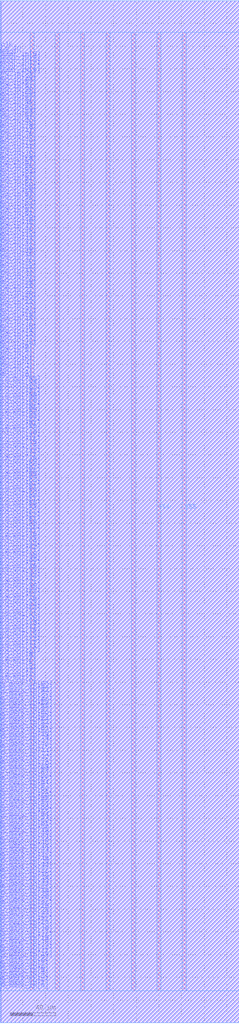
<source format=lef>
VERSION 5.7 ;
BUSBITCHARS "[]" ;
MACRO fakeram130_64x96
  FOREIGN fakeram130_64x96 0 0 ;
  SYMMETRY X Y R90 ;
  SIZE 210.900 BY 900.000 ;
  CLASS BLOCK ;
  PIN w_mask_in[0]
    DIRECTION INPUT ;
    USE SIGNAL ;
    SHAPE ABUTMENT ;
    PORT
      LAYER met3 ;
      RECT 0.000 27.550 0.900 28.450 ;
    END
  END w_mask_in[0]
  PIN w_mask_in[1]
    DIRECTION INPUT ;
    USE SIGNAL ;
    SHAPE ABUTMENT ;
    PORT
      LAYER met3 ;
      RECT 0.000 30.350 0.900 31.250 ;
    END
  END w_mask_in[1]
  PIN w_mask_in[2]
    DIRECTION INPUT ;
    USE SIGNAL ;
    SHAPE ABUTMENT ;
    PORT
      LAYER met3 ;
      RECT 0.000 33.150 0.900 34.050 ;
    END
  END w_mask_in[2]
  PIN w_mask_in[3]
    DIRECTION INPUT ;
    USE SIGNAL ;
    SHAPE ABUTMENT ;
    PORT
      LAYER met3 ;
      RECT 0.000 35.950 0.900 36.850 ;
    END
  END w_mask_in[3]
  PIN w_mask_in[4]
    DIRECTION INPUT ;
    USE SIGNAL ;
    SHAPE ABUTMENT ;
    PORT
      LAYER met3 ;
      RECT 0.000 38.750 0.900 39.650 ;
    END
  END w_mask_in[4]
  PIN w_mask_in[5]
    DIRECTION INPUT ;
    USE SIGNAL ;
    SHAPE ABUTMENT ;
    PORT
      LAYER met3 ;
      RECT 0.000 41.550 0.900 42.450 ;
    END
  END w_mask_in[5]
  PIN w_mask_in[6]
    DIRECTION INPUT ;
    USE SIGNAL ;
    SHAPE ABUTMENT ;
    PORT
      LAYER met3 ;
      RECT 0.000 44.350 0.900 45.250 ;
    END
  END w_mask_in[6]
  PIN w_mask_in[7]
    DIRECTION INPUT ;
    USE SIGNAL ;
    SHAPE ABUTMENT ;
    PORT
      LAYER met3 ;
      RECT 0.000 47.150 0.900 48.050 ;
    END
  END w_mask_in[7]
  PIN w_mask_in[8]
    DIRECTION INPUT ;
    USE SIGNAL ;
    SHAPE ABUTMENT ;
    PORT
      LAYER met3 ;
      RECT 0.000 49.950 0.900 50.850 ;
    END
  END w_mask_in[8]
  PIN w_mask_in[9]
    DIRECTION INPUT ;
    USE SIGNAL ;
    SHAPE ABUTMENT ;
    PORT
      LAYER met3 ;
      RECT 0.000 52.750 0.900 53.650 ;
    END
  END w_mask_in[9]
  PIN w_mask_in[10]
    DIRECTION INPUT ;
    USE SIGNAL ;
    SHAPE ABUTMENT ;
    PORT
      LAYER met3 ;
      RECT 0.000 55.550 0.900 56.450 ;
    END
  END w_mask_in[10]
  PIN w_mask_in[11]
    DIRECTION INPUT ;
    USE SIGNAL ;
    SHAPE ABUTMENT ;
    PORT
      LAYER met3 ;
      RECT 0.000 58.350 0.900 59.250 ;
    END
  END w_mask_in[11]
  PIN w_mask_in[12]
    DIRECTION INPUT ;
    USE SIGNAL ;
    SHAPE ABUTMENT ;
    PORT
      LAYER met3 ;
      RECT 0.000 61.150 0.900 62.050 ;
    END
  END w_mask_in[12]
  PIN w_mask_in[13]
    DIRECTION INPUT ;
    USE SIGNAL ;
    SHAPE ABUTMENT ;
    PORT
      LAYER met3 ;
      RECT 0.000 63.950 0.900 64.850 ;
    END
  END w_mask_in[13]
  PIN w_mask_in[14]
    DIRECTION INPUT ;
    USE SIGNAL ;
    SHAPE ABUTMENT ;
    PORT
      LAYER met3 ;
      RECT 0.000 66.750 0.900 67.650 ;
    END
  END w_mask_in[14]
  PIN w_mask_in[15]
    DIRECTION INPUT ;
    USE SIGNAL ;
    SHAPE ABUTMENT ;
    PORT
      LAYER met3 ;
      RECT 0.000 69.550 0.900 70.450 ;
    END
  END w_mask_in[15]
  PIN w_mask_in[16]
    DIRECTION INPUT ;
    USE SIGNAL ;
    SHAPE ABUTMENT ;
    PORT
      LAYER met3 ;
      RECT 0.000 72.350 0.900 73.250 ;
    END
  END w_mask_in[16]
  PIN w_mask_in[17]
    DIRECTION INPUT ;
    USE SIGNAL ;
    SHAPE ABUTMENT ;
    PORT
      LAYER met3 ;
      RECT 0.000 75.150 0.900 76.050 ;
    END
  END w_mask_in[17]
  PIN w_mask_in[18]
    DIRECTION INPUT ;
    USE SIGNAL ;
    SHAPE ABUTMENT ;
    PORT
      LAYER met3 ;
      RECT 0.000 77.950 0.900 78.850 ;
    END
  END w_mask_in[18]
  PIN w_mask_in[19]
    DIRECTION INPUT ;
    USE SIGNAL ;
    SHAPE ABUTMENT ;
    PORT
      LAYER met3 ;
      RECT 0.000 80.750 0.900 81.650 ;
    END
  END w_mask_in[19]
  PIN w_mask_in[20]
    DIRECTION INPUT ;
    USE SIGNAL ;
    SHAPE ABUTMENT ;
    PORT
      LAYER met3 ;
      RECT 0.000 83.550 0.900 84.450 ;
    END
  END w_mask_in[20]
  PIN w_mask_in[21]
    DIRECTION INPUT ;
    USE SIGNAL ;
    SHAPE ABUTMENT ;
    PORT
      LAYER met3 ;
      RECT 0.000 86.350 0.900 87.250 ;
    END
  END w_mask_in[21]
  PIN w_mask_in[22]
    DIRECTION INPUT ;
    USE SIGNAL ;
    SHAPE ABUTMENT ;
    PORT
      LAYER met3 ;
      RECT 0.000 89.150 0.900 90.050 ;
    END
  END w_mask_in[22]
  PIN w_mask_in[23]
    DIRECTION INPUT ;
    USE SIGNAL ;
    SHAPE ABUTMENT ;
    PORT
      LAYER met3 ;
      RECT 0.000 91.950 0.900 92.850 ;
    END
  END w_mask_in[23]
  PIN w_mask_in[24]
    DIRECTION INPUT ;
    USE SIGNAL ;
    SHAPE ABUTMENT ;
    PORT
      LAYER met3 ;
      RECT 0.000 94.750 0.900 95.650 ;
    END
  END w_mask_in[24]
  PIN w_mask_in[25]
    DIRECTION INPUT ;
    USE SIGNAL ;
    SHAPE ABUTMENT ;
    PORT
      LAYER met3 ;
      RECT 0.000 97.550 0.900 98.450 ;
    END
  END w_mask_in[25]
  PIN w_mask_in[26]
    DIRECTION INPUT ;
    USE SIGNAL ;
    SHAPE ABUTMENT ;
    PORT
      LAYER met3 ;
      RECT 0.000 100.350 0.900 101.250 ;
    END
  END w_mask_in[26]
  PIN w_mask_in[27]
    DIRECTION INPUT ;
    USE SIGNAL ;
    SHAPE ABUTMENT ;
    PORT
      LAYER met3 ;
      RECT 0.000 103.150 0.900 104.050 ;
    END
  END w_mask_in[27]
  PIN w_mask_in[28]
    DIRECTION INPUT ;
    USE SIGNAL ;
    SHAPE ABUTMENT ;
    PORT
      LAYER met3 ;
      RECT 0.000 105.950 0.900 106.850 ;
    END
  END w_mask_in[28]
  PIN w_mask_in[29]
    DIRECTION INPUT ;
    USE SIGNAL ;
    SHAPE ABUTMENT ;
    PORT
      LAYER met3 ;
      RECT 0.000 108.750 0.900 109.650 ;
    END
  END w_mask_in[29]
  PIN w_mask_in[30]
    DIRECTION INPUT ;
    USE SIGNAL ;
    SHAPE ABUTMENT ;
    PORT
      LAYER met3 ;
      RECT 0.000 111.550 0.900 112.450 ;
    END
  END w_mask_in[30]
  PIN w_mask_in[31]
    DIRECTION INPUT ;
    USE SIGNAL ;
    SHAPE ABUTMENT ;
    PORT
      LAYER met3 ;
      RECT 0.000 114.350 0.900 115.250 ;
    END
  END w_mask_in[31]
  PIN w_mask_in[32]
    DIRECTION INPUT ;
    USE SIGNAL ;
    SHAPE ABUTMENT ;
    PORT
      LAYER met3 ;
      RECT 0.000 117.150 0.900 118.050 ;
    END
  END w_mask_in[32]
  PIN w_mask_in[33]
    DIRECTION INPUT ;
    USE SIGNAL ;
    SHAPE ABUTMENT ;
    PORT
      LAYER met3 ;
      RECT 0.000 119.950 0.900 120.850 ;
    END
  END w_mask_in[33]
  PIN w_mask_in[34]
    DIRECTION INPUT ;
    USE SIGNAL ;
    SHAPE ABUTMENT ;
    PORT
      LAYER met3 ;
      RECT 0.000 122.750 0.900 123.650 ;
    END
  END w_mask_in[34]
  PIN w_mask_in[35]
    DIRECTION INPUT ;
    USE SIGNAL ;
    SHAPE ABUTMENT ;
    PORT
      LAYER met3 ;
      RECT 0.000 125.550 0.900 126.450 ;
    END
  END w_mask_in[35]
  PIN w_mask_in[36]
    DIRECTION INPUT ;
    USE SIGNAL ;
    SHAPE ABUTMENT ;
    PORT
      LAYER met3 ;
      RECT 0.000 128.350 0.900 129.250 ;
    END
  END w_mask_in[36]
  PIN w_mask_in[37]
    DIRECTION INPUT ;
    USE SIGNAL ;
    SHAPE ABUTMENT ;
    PORT
      LAYER met3 ;
      RECT 0.000 131.150 0.900 132.050 ;
    END
  END w_mask_in[37]
  PIN w_mask_in[38]
    DIRECTION INPUT ;
    USE SIGNAL ;
    SHAPE ABUTMENT ;
    PORT
      LAYER met3 ;
      RECT 0.000 133.950 0.900 134.850 ;
    END
  END w_mask_in[38]
  PIN w_mask_in[39]
    DIRECTION INPUT ;
    USE SIGNAL ;
    SHAPE ABUTMENT ;
    PORT
      LAYER met3 ;
      RECT 0.000 136.750 0.900 137.650 ;
    END
  END w_mask_in[39]
  PIN w_mask_in[40]
    DIRECTION INPUT ;
    USE SIGNAL ;
    SHAPE ABUTMENT ;
    PORT
      LAYER met3 ;
      RECT 0.000 139.550 0.900 140.450 ;
    END
  END w_mask_in[40]
  PIN w_mask_in[41]
    DIRECTION INPUT ;
    USE SIGNAL ;
    SHAPE ABUTMENT ;
    PORT
      LAYER met3 ;
      RECT 0.000 142.350 0.900 143.250 ;
    END
  END w_mask_in[41]
  PIN w_mask_in[42]
    DIRECTION INPUT ;
    USE SIGNAL ;
    SHAPE ABUTMENT ;
    PORT
      LAYER met3 ;
      RECT 0.000 145.150 0.900 146.050 ;
    END
  END w_mask_in[42]
  PIN w_mask_in[43]
    DIRECTION INPUT ;
    USE SIGNAL ;
    SHAPE ABUTMENT ;
    PORT
      LAYER met3 ;
      RECT 0.000 147.950 0.900 148.850 ;
    END
  END w_mask_in[43]
  PIN w_mask_in[44]
    DIRECTION INPUT ;
    USE SIGNAL ;
    SHAPE ABUTMENT ;
    PORT
      LAYER met3 ;
      RECT 0.000 150.750 0.900 151.650 ;
    END
  END w_mask_in[44]
  PIN w_mask_in[45]
    DIRECTION INPUT ;
    USE SIGNAL ;
    SHAPE ABUTMENT ;
    PORT
      LAYER met3 ;
      RECT 0.000 153.550 0.900 154.450 ;
    END
  END w_mask_in[45]
  PIN w_mask_in[46]
    DIRECTION INPUT ;
    USE SIGNAL ;
    SHAPE ABUTMENT ;
    PORT
      LAYER met3 ;
      RECT 0.000 156.350 0.900 157.250 ;
    END
  END w_mask_in[46]
  PIN w_mask_in[47]
    DIRECTION INPUT ;
    USE SIGNAL ;
    SHAPE ABUTMENT ;
    PORT
      LAYER met3 ;
      RECT 0.000 159.150 0.900 160.050 ;
    END
  END w_mask_in[47]
  PIN w_mask_in[48]
    DIRECTION INPUT ;
    USE SIGNAL ;
    SHAPE ABUTMENT ;
    PORT
      LAYER met3 ;
      RECT 0.000 161.950 0.900 162.850 ;
    END
  END w_mask_in[48]
  PIN w_mask_in[49]
    DIRECTION INPUT ;
    USE SIGNAL ;
    SHAPE ABUTMENT ;
    PORT
      LAYER met3 ;
      RECT 0.000 164.750 0.900 165.650 ;
    END
  END w_mask_in[49]
  PIN w_mask_in[50]
    DIRECTION INPUT ;
    USE SIGNAL ;
    SHAPE ABUTMENT ;
    PORT
      LAYER met3 ;
      RECT 0.000 167.550 0.900 168.450 ;
    END
  END w_mask_in[50]
  PIN w_mask_in[51]
    DIRECTION INPUT ;
    USE SIGNAL ;
    SHAPE ABUTMENT ;
    PORT
      LAYER met3 ;
      RECT 0.000 170.350 0.900 171.250 ;
    END
  END w_mask_in[51]
  PIN w_mask_in[52]
    DIRECTION INPUT ;
    USE SIGNAL ;
    SHAPE ABUTMENT ;
    PORT
      LAYER met3 ;
      RECT 0.000 173.150 0.900 174.050 ;
    END
  END w_mask_in[52]
  PIN w_mask_in[53]
    DIRECTION INPUT ;
    USE SIGNAL ;
    SHAPE ABUTMENT ;
    PORT
      LAYER met3 ;
      RECT 0.000 175.950 0.900 176.850 ;
    END
  END w_mask_in[53]
  PIN w_mask_in[54]
    DIRECTION INPUT ;
    USE SIGNAL ;
    SHAPE ABUTMENT ;
    PORT
      LAYER met3 ;
      RECT 0.000 178.750 0.900 179.650 ;
    END
  END w_mask_in[54]
  PIN w_mask_in[55]
    DIRECTION INPUT ;
    USE SIGNAL ;
    SHAPE ABUTMENT ;
    PORT
      LAYER met3 ;
      RECT 0.000 181.550 0.900 182.450 ;
    END
  END w_mask_in[55]
  PIN w_mask_in[56]
    DIRECTION INPUT ;
    USE SIGNAL ;
    SHAPE ABUTMENT ;
    PORT
      LAYER met3 ;
      RECT 0.000 184.350 0.900 185.250 ;
    END
  END w_mask_in[56]
  PIN w_mask_in[57]
    DIRECTION INPUT ;
    USE SIGNAL ;
    SHAPE ABUTMENT ;
    PORT
      LAYER met3 ;
      RECT 0.000 187.150 0.900 188.050 ;
    END
  END w_mask_in[57]
  PIN w_mask_in[58]
    DIRECTION INPUT ;
    USE SIGNAL ;
    SHAPE ABUTMENT ;
    PORT
      LAYER met3 ;
      RECT 0.000 189.950 0.900 190.850 ;
    END
  END w_mask_in[58]
  PIN w_mask_in[59]
    DIRECTION INPUT ;
    USE SIGNAL ;
    SHAPE ABUTMENT ;
    PORT
      LAYER met3 ;
      RECT 0.000 192.750 0.900 193.650 ;
    END
  END w_mask_in[59]
  PIN w_mask_in[60]
    DIRECTION INPUT ;
    USE SIGNAL ;
    SHAPE ABUTMENT ;
    PORT
      LAYER met3 ;
      RECT 0.000 195.550 0.900 196.450 ;
    END
  END w_mask_in[60]
  PIN w_mask_in[61]
    DIRECTION INPUT ;
    USE SIGNAL ;
    SHAPE ABUTMENT ;
    PORT
      LAYER met3 ;
      RECT 0.000 198.350 0.900 199.250 ;
    END
  END w_mask_in[61]
  PIN w_mask_in[62]
    DIRECTION INPUT ;
    USE SIGNAL ;
    SHAPE ABUTMENT ;
    PORT
      LAYER met3 ;
      RECT 0.000 201.150 0.900 202.050 ;
    END
  END w_mask_in[62]
  PIN w_mask_in[63]
    DIRECTION INPUT ;
    USE SIGNAL ;
    SHAPE ABUTMENT ;
    PORT
      LAYER met3 ;
      RECT 0.000 203.950 0.900 204.850 ;
    END
  END w_mask_in[63]
  PIN w_mask_in[64]
    DIRECTION INPUT ;
    USE SIGNAL ;
    SHAPE ABUTMENT ;
    PORT
      LAYER met3 ;
      RECT 0.000 206.750 0.900 207.650 ;
    END
  END w_mask_in[64]
  PIN w_mask_in[65]
    DIRECTION INPUT ;
    USE SIGNAL ;
    SHAPE ABUTMENT ;
    PORT
      LAYER met3 ;
      RECT 0.000 209.550 0.900 210.450 ;
    END
  END w_mask_in[65]
  PIN w_mask_in[66]
    DIRECTION INPUT ;
    USE SIGNAL ;
    SHAPE ABUTMENT ;
    PORT
      LAYER met3 ;
      RECT 0.000 212.350 0.900 213.250 ;
    END
  END w_mask_in[66]
  PIN w_mask_in[67]
    DIRECTION INPUT ;
    USE SIGNAL ;
    SHAPE ABUTMENT ;
    PORT
      LAYER met3 ;
      RECT 0.000 215.150 0.900 216.050 ;
    END
  END w_mask_in[67]
  PIN w_mask_in[68]
    DIRECTION INPUT ;
    USE SIGNAL ;
    SHAPE ABUTMENT ;
    PORT
      LAYER met3 ;
      RECT 0.000 217.950 0.900 218.850 ;
    END
  END w_mask_in[68]
  PIN w_mask_in[69]
    DIRECTION INPUT ;
    USE SIGNAL ;
    SHAPE ABUTMENT ;
    PORT
      LAYER met3 ;
      RECT 0.000 220.750 0.900 221.650 ;
    END
  END w_mask_in[69]
  PIN w_mask_in[70]
    DIRECTION INPUT ;
    USE SIGNAL ;
    SHAPE ABUTMENT ;
    PORT
      LAYER met3 ;
      RECT 0.000 223.550 0.900 224.450 ;
    END
  END w_mask_in[70]
  PIN w_mask_in[71]
    DIRECTION INPUT ;
    USE SIGNAL ;
    SHAPE ABUTMENT ;
    PORT
      LAYER met3 ;
      RECT 0.000 226.350 0.900 227.250 ;
    END
  END w_mask_in[71]
  PIN w_mask_in[72]
    DIRECTION INPUT ;
    USE SIGNAL ;
    SHAPE ABUTMENT ;
    PORT
      LAYER met3 ;
      RECT 0.000 229.150 0.900 230.050 ;
    END
  END w_mask_in[72]
  PIN w_mask_in[73]
    DIRECTION INPUT ;
    USE SIGNAL ;
    SHAPE ABUTMENT ;
    PORT
      LAYER met3 ;
      RECT 0.000 231.950 0.900 232.850 ;
    END
  END w_mask_in[73]
  PIN w_mask_in[74]
    DIRECTION INPUT ;
    USE SIGNAL ;
    SHAPE ABUTMENT ;
    PORT
      LAYER met3 ;
      RECT 0.000 234.750 0.900 235.650 ;
    END
  END w_mask_in[74]
  PIN w_mask_in[75]
    DIRECTION INPUT ;
    USE SIGNAL ;
    SHAPE ABUTMENT ;
    PORT
      LAYER met3 ;
      RECT 0.000 237.550 0.900 238.450 ;
    END
  END w_mask_in[75]
  PIN w_mask_in[76]
    DIRECTION INPUT ;
    USE SIGNAL ;
    SHAPE ABUTMENT ;
    PORT
      LAYER met3 ;
      RECT 0.000 240.350 0.900 241.250 ;
    END
  END w_mask_in[76]
  PIN w_mask_in[77]
    DIRECTION INPUT ;
    USE SIGNAL ;
    SHAPE ABUTMENT ;
    PORT
      LAYER met3 ;
      RECT 0.000 243.150 0.900 244.050 ;
    END
  END w_mask_in[77]
  PIN w_mask_in[78]
    DIRECTION INPUT ;
    USE SIGNAL ;
    SHAPE ABUTMENT ;
    PORT
      LAYER met3 ;
      RECT 0.000 245.950 0.900 246.850 ;
    END
  END w_mask_in[78]
  PIN w_mask_in[79]
    DIRECTION INPUT ;
    USE SIGNAL ;
    SHAPE ABUTMENT ;
    PORT
      LAYER met3 ;
      RECT 0.000 248.750 0.900 249.650 ;
    END
  END w_mask_in[79]
  PIN w_mask_in[80]
    DIRECTION INPUT ;
    USE SIGNAL ;
    SHAPE ABUTMENT ;
    PORT
      LAYER met3 ;
      RECT 0.000 251.550 0.900 252.450 ;
    END
  END w_mask_in[80]
  PIN w_mask_in[81]
    DIRECTION INPUT ;
    USE SIGNAL ;
    SHAPE ABUTMENT ;
    PORT
      LAYER met3 ;
      RECT 0.000 254.350 0.900 255.250 ;
    END
  END w_mask_in[81]
  PIN w_mask_in[82]
    DIRECTION INPUT ;
    USE SIGNAL ;
    SHAPE ABUTMENT ;
    PORT
      LAYER met3 ;
      RECT 0.000 257.150 0.900 258.050 ;
    END
  END w_mask_in[82]
  PIN w_mask_in[83]
    DIRECTION INPUT ;
    USE SIGNAL ;
    SHAPE ABUTMENT ;
    PORT
      LAYER met3 ;
      RECT 0.000 259.950 0.900 260.850 ;
    END
  END w_mask_in[83]
  PIN w_mask_in[84]
    DIRECTION INPUT ;
    USE SIGNAL ;
    SHAPE ABUTMENT ;
    PORT
      LAYER met3 ;
      RECT 0.000 262.750 0.900 263.650 ;
    END
  END w_mask_in[84]
  PIN w_mask_in[85]
    DIRECTION INPUT ;
    USE SIGNAL ;
    SHAPE ABUTMENT ;
    PORT
      LAYER met3 ;
      RECT 0.000 265.550 0.900 266.450 ;
    END
  END w_mask_in[85]
  PIN w_mask_in[86]
    DIRECTION INPUT ;
    USE SIGNAL ;
    SHAPE ABUTMENT ;
    PORT
      LAYER met3 ;
      RECT 0.000 268.350 0.900 269.250 ;
    END
  END w_mask_in[86]
  PIN w_mask_in[87]
    DIRECTION INPUT ;
    USE SIGNAL ;
    SHAPE ABUTMENT ;
    PORT
      LAYER met3 ;
      RECT 0.000 271.150 0.900 272.050 ;
    END
  END w_mask_in[87]
  PIN w_mask_in[88]
    DIRECTION INPUT ;
    USE SIGNAL ;
    SHAPE ABUTMENT ;
    PORT
      LAYER met3 ;
      RECT 0.000 273.950 0.900 274.850 ;
    END
  END w_mask_in[88]
  PIN w_mask_in[89]
    DIRECTION INPUT ;
    USE SIGNAL ;
    SHAPE ABUTMENT ;
    PORT
      LAYER met3 ;
      RECT 0.000 276.750 0.900 277.650 ;
    END
  END w_mask_in[89]
  PIN w_mask_in[90]
    DIRECTION INPUT ;
    USE SIGNAL ;
    SHAPE ABUTMENT ;
    PORT
      LAYER met3 ;
      RECT 0.000 279.550 0.900 280.450 ;
    END
  END w_mask_in[90]
  PIN w_mask_in[91]
    DIRECTION INPUT ;
    USE SIGNAL ;
    SHAPE ABUTMENT ;
    PORT
      LAYER met3 ;
      RECT 0.000 282.350 0.900 283.250 ;
    END
  END w_mask_in[91]
  PIN w_mask_in[92]
    DIRECTION INPUT ;
    USE SIGNAL ;
    SHAPE ABUTMENT ;
    PORT
      LAYER met3 ;
      RECT 0.000 285.150 0.900 286.050 ;
    END
  END w_mask_in[92]
  PIN w_mask_in[93]
    DIRECTION INPUT ;
    USE SIGNAL ;
    SHAPE ABUTMENT ;
    PORT
      LAYER met3 ;
      RECT 0.000 287.950 0.900 288.850 ;
    END
  END w_mask_in[93]
  PIN w_mask_in[94]
    DIRECTION INPUT ;
    USE SIGNAL ;
    SHAPE ABUTMENT ;
    PORT
      LAYER met3 ;
      RECT 0.000 290.750 0.900 291.650 ;
    END
  END w_mask_in[94]
  PIN w_mask_in[95]
    DIRECTION INPUT ;
    USE SIGNAL ;
    SHAPE ABUTMENT ;
    PORT
      LAYER met3 ;
      RECT 0.000 293.550 0.900 294.450 ;
    END
  END w_mask_in[95]
  PIN rd_out[0]
    DIRECTION OUTPUT ;
    USE SIGNAL ;
    SHAPE ABUTMENT ;
    PORT
      LAYER met3 ;
      RECT 0.000 296.350 0.900 297.250 ;
    END
  END rd_out[0]
  PIN rd_out[1]
    DIRECTION OUTPUT ;
    USE SIGNAL ;
    SHAPE ABUTMENT ;
    PORT
      LAYER met3 ;
      RECT 0.000 299.150 0.900 300.050 ;
    END
  END rd_out[1]
  PIN rd_out[2]
    DIRECTION OUTPUT ;
    USE SIGNAL ;
    SHAPE ABUTMENT ;
    PORT
      LAYER met3 ;
      RECT 0.000 301.950 0.900 302.850 ;
    END
  END rd_out[2]
  PIN rd_out[3]
    DIRECTION OUTPUT ;
    USE SIGNAL ;
    SHAPE ABUTMENT ;
    PORT
      LAYER met3 ;
      RECT 0.000 304.750 0.900 305.650 ;
    END
  END rd_out[3]
  PIN rd_out[4]
    DIRECTION OUTPUT ;
    USE SIGNAL ;
    SHAPE ABUTMENT ;
    PORT
      LAYER met3 ;
      RECT 0.000 307.550 0.900 308.450 ;
    END
  END rd_out[4]
  PIN rd_out[5]
    DIRECTION OUTPUT ;
    USE SIGNAL ;
    SHAPE ABUTMENT ;
    PORT
      LAYER met3 ;
      RECT 0.000 310.350 0.900 311.250 ;
    END
  END rd_out[5]
  PIN rd_out[6]
    DIRECTION OUTPUT ;
    USE SIGNAL ;
    SHAPE ABUTMENT ;
    PORT
      LAYER met3 ;
      RECT 0.000 313.150 0.900 314.050 ;
    END
  END rd_out[6]
  PIN rd_out[7]
    DIRECTION OUTPUT ;
    USE SIGNAL ;
    SHAPE ABUTMENT ;
    PORT
      LAYER met3 ;
      RECT 0.000 315.950 0.900 316.850 ;
    END
  END rd_out[7]
  PIN rd_out[8]
    DIRECTION OUTPUT ;
    USE SIGNAL ;
    SHAPE ABUTMENT ;
    PORT
      LAYER met3 ;
      RECT 0.000 318.750 0.900 319.650 ;
    END
  END rd_out[8]
  PIN rd_out[9]
    DIRECTION OUTPUT ;
    USE SIGNAL ;
    SHAPE ABUTMENT ;
    PORT
      LAYER met3 ;
      RECT 0.000 321.550 0.900 322.450 ;
    END
  END rd_out[9]
  PIN rd_out[10]
    DIRECTION OUTPUT ;
    USE SIGNAL ;
    SHAPE ABUTMENT ;
    PORT
      LAYER met3 ;
      RECT 0.000 324.350 0.900 325.250 ;
    END
  END rd_out[10]
  PIN rd_out[11]
    DIRECTION OUTPUT ;
    USE SIGNAL ;
    SHAPE ABUTMENT ;
    PORT
      LAYER met3 ;
      RECT 0.000 327.150 0.900 328.050 ;
    END
  END rd_out[11]
  PIN rd_out[12]
    DIRECTION OUTPUT ;
    USE SIGNAL ;
    SHAPE ABUTMENT ;
    PORT
      LAYER met3 ;
      RECT 0.000 329.950 0.900 330.850 ;
    END
  END rd_out[12]
  PIN rd_out[13]
    DIRECTION OUTPUT ;
    USE SIGNAL ;
    SHAPE ABUTMENT ;
    PORT
      LAYER met3 ;
      RECT 0.000 332.750 0.900 333.650 ;
    END
  END rd_out[13]
  PIN rd_out[14]
    DIRECTION OUTPUT ;
    USE SIGNAL ;
    SHAPE ABUTMENT ;
    PORT
      LAYER met3 ;
      RECT 0.000 335.550 0.900 336.450 ;
    END
  END rd_out[14]
  PIN rd_out[15]
    DIRECTION OUTPUT ;
    USE SIGNAL ;
    SHAPE ABUTMENT ;
    PORT
      LAYER met3 ;
      RECT 0.000 338.350 0.900 339.250 ;
    END
  END rd_out[15]
  PIN rd_out[16]
    DIRECTION OUTPUT ;
    USE SIGNAL ;
    SHAPE ABUTMENT ;
    PORT
      LAYER met3 ;
      RECT 0.000 341.150 0.900 342.050 ;
    END
  END rd_out[16]
  PIN rd_out[17]
    DIRECTION OUTPUT ;
    USE SIGNAL ;
    SHAPE ABUTMENT ;
    PORT
      LAYER met3 ;
      RECT 0.000 343.950 0.900 344.850 ;
    END
  END rd_out[17]
  PIN rd_out[18]
    DIRECTION OUTPUT ;
    USE SIGNAL ;
    SHAPE ABUTMENT ;
    PORT
      LAYER met3 ;
      RECT 0.000 346.750 0.900 347.650 ;
    END
  END rd_out[18]
  PIN rd_out[19]
    DIRECTION OUTPUT ;
    USE SIGNAL ;
    SHAPE ABUTMENT ;
    PORT
      LAYER met3 ;
      RECT 0.000 349.550 0.900 350.450 ;
    END
  END rd_out[19]
  PIN rd_out[20]
    DIRECTION OUTPUT ;
    USE SIGNAL ;
    SHAPE ABUTMENT ;
    PORT
      LAYER met3 ;
      RECT 0.000 352.350 0.900 353.250 ;
    END
  END rd_out[20]
  PIN rd_out[21]
    DIRECTION OUTPUT ;
    USE SIGNAL ;
    SHAPE ABUTMENT ;
    PORT
      LAYER met3 ;
      RECT 0.000 355.150 0.900 356.050 ;
    END
  END rd_out[21]
  PIN rd_out[22]
    DIRECTION OUTPUT ;
    USE SIGNAL ;
    SHAPE ABUTMENT ;
    PORT
      LAYER met3 ;
      RECT 0.000 357.950 0.900 358.850 ;
    END
  END rd_out[22]
  PIN rd_out[23]
    DIRECTION OUTPUT ;
    USE SIGNAL ;
    SHAPE ABUTMENT ;
    PORT
      LAYER met3 ;
      RECT 0.000 360.750 0.900 361.650 ;
    END
  END rd_out[23]
  PIN rd_out[24]
    DIRECTION OUTPUT ;
    USE SIGNAL ;
    SHAPE ABUTMENT ;
    PORT
      LAYER met3 ;
      RECT 0.000 363.550 0.900 364.450 ;
    END
  END rd_out[24]
  PIN rd_out[25]
    DIRECTION OUTPUT ;
    USE SIGNAL ;
    SHAPE ABUTMENT ;
    PORT
      LAYER met3 ;
      RECT 0.000 366.350 0.900 367.250 ;
    END
  END rd_out[25]
  PIN rd_out[26]
    DIRECTION OUTPUT ;
    USE SIGNAL ;
    SHAPE ABUTMENT ;
    PORT
      LAYER met3 ;
      RECT 0.000 369.150 0.900 370.050 ;
    END
  END rd_out[26]
  PIN rd_out[27]
    DIRECTION OUTPUT ;
    USE SIGNAL ;
    SHAPE ABUTMENT ;
    PORT
      LAYER met3 ;
      RECT 0.000 371.950 0.900 372.850 ;
    END
  END rd_out[27]
  PIN rd_out[28]
    DIRECTION OUTPUT ;
    USE SIGNAL ;
    SHAPE ABUTMENT ;
    PORT
      LAYER met3 ;
      RECT 0.000 374.750 0.900 375.650 ;
    END
  END rd_out[28]
  PIN rd_out[29]
    DIRECTION OUTPUT ;
    USE SIGNAL ;
    SHAPE ABUTMENT ;
    PORT
      LAYER met3 ;
      RECT 0.000 377.550 0.900 378.450 ;
    END
  END rd_out[29]
  PIN rd_out[30]
    DIRECTION OUTPUT ;
    USE SIGNAL ;
    SHAPE ABUTMENT ;
    PORT
      LAYER met3 ;
      RECT 0.000 380.350 0.900 381.250 ;
    END
  END rd_out[30]
  PIN rd_out[31]
    DIRECTION OUTPUT ;
    USE SIGNAL ;
    SHAPE ABUTMENT ;
    PORT
      LAYER met3 ;
      RECT 0.000 383.150 0.900 384.050 ;
    END
  END rd_out[31]
  PIN rd_out[32]
    DIRECTION OUTPUT ;
    USE SIGNAL ;
    SHAPE ABUTMENT ;
    PORT
      LAYER met3 ;
      RECT 0.000 385.950 0.900 386.850 ;
    END
  END rd_out[32]
  PIN rd_out[33]
    DIRECTION OUTPUT ;
    USE SIGNAL ;
    SHAPE ABUTMENT ;
    PORT
      LAYER met3 ;
      RECT 0.000 388.750 0.900 389.650 ;
    END
  END rd_out[33]
  PIN rd_out[34]
    DIRECTION OUTPUT ;
    USE SIGNAL ;
    SHAPE ABUTMENT ;
    PORT
      LAYER met3 ;
      RECT 0.000 391.550 0.900 392.450 ;
    END
  END rd_out[34]
  PIN rd_out[35]
    DIRECTION OUTPUT ;
    USE SIGNAL ;
    SHAPE ABUTMENT ;
    PORT
      LAYER met3 ;
      RECT 0.000 394.350 0.900 395.250 ;
    END
  END rd_out[35]
  PIN rd_out[36]
    DIRECTION OUTPUT ;
    USE SIGNAL ;
    SHAPE ABUTMENT ;
    PORT
      LAYER met3 ;
      RECT 0.000 397.150 0.900 398.050 ;
    END
  END rd_out[36]
  PIN rd_out[37]
    DIRECTION OUTPUT ;
    USE SIGNAL ;
    SHAPE ABUTMENT ;
    PORT
      LAYER met3 ;
      RECT 0.000 399.950 0.900 400.850 ;
    END
  END rd_out[37]
  PIN rd_out[38]
    DIRECTION OUTPUT ;
    USE SIGNAL ;
    SHAPE ABUTMENT ;
    PORT
      LAYER met3 ;
      RECT 0.000 402.750 0.900 403.650 ;
    END
  END rd_out[38]
  PIN rd_out[39]
    DIRECTION OUTPUT ;
    USE SIGNAL ;
    SHAPE ABUTMENT ;
    PORT
      LAYER met3 ;
      RECT 0.000 405.550 0.900 406.450 ;
    END
  END rd_out[39]
  PIN rd_out[40]
    DIRECTION OUTPUT ;
    USE SIGNAL ;
    SHAPE ABUTMENT ;
    PORT
      LAYER met3 ;
      RECT 0.000 408.350 0.900 409.250 ;
    END
  END rd_out[40]
  PIN rd_out[41]
    DIRECTION OUTPUT ;
    USE SIGNAL ;
    SHAPE ABUTMENT ;
    PORT
      LAYER met3 ;
      RECT 0.000 411.150 0.900 412.050 ;
    END
  END rd_out[41]
  PIN rd_out[42]
    DIRECTION OUTPUT ;
    USE SIGNAL ;
    SHAPE ABUTMENT ;
    PORT
      LAYER met3 ;
      RECT 0.000 413.950 0.900 414.850 ;
    END
  END rd_out[42]
  PIN rd_out[43]
    DIRECTION OUTPUT ;
    USE SIGNAL ;
    SHAPE ABUTMENT ;
    PORT
      LAYER met3 ;
      RECT 0.000 416.750 0.900 417.650 ;
    END
  END rd_out[43]
  PIN rd_out[44]
    DIRECTION OUTPUT ;
    USE SIGNAL ;
    SHAPE ABUTMENT ;
    PORT
      LAYER met3 ;
      RECT 0.000 419.550 0.900 420.450 ;
    END
  END rd_out[44]
  PIN rd_out[45]
    DIRECTION OUTPUT ;
    USE SIGNAL ;
    SHAPE ABUTMENT ;
    PORT
      LAYER met3 ;
      RECT 0.000 422.350 0.900 423.250 ;
    END
  END rd_out[45]
  PIN rd_out[46]
    DIRECTION OUTPUT ;
    USE SIGNAL ;
    SHAPE ABUTMENT ;
    PORT
      LAYER met3 ;
      RECT 0.000 425.150 0.900 426.050 ;
    END
  END rd_out[46]
  PIN rd_out[47]
    DIRECTION OUTPUT ;
    USE SIGNAL ;
    SHAPE ABUTMENT ;
    PORT
      LAYER met3 ;
      RECT 0.000 427.950 0.900 428.850 ;
    END
  END rd_out[47]
  PIN rd_out[48]
    DIRECTION OUTPUT ;
    USE SIGNAL ;
    SHAPE ABUTMENT ;
    PORT
      LAYER met3 ;
      RECT 0.000 430.750 0.900 431.650 ;
    END
  END rd_out[48]
  PIN rd_out[49]
    DIRECTION OUTPUT ;
    USE SIGNAL ;
    SHAPE ABUTMENT ;
    PORT
      LAYER met3 ;
      RECT 0.000 433.550 0.900 434.450 ;
    END
  END rd_out[49]
  PIN rd_out[50]
    DIRECTION OUTPUT ;
    USE SIGNAL ;
    SHAPE ABUTMENT ;
    PORT
      LAYER met3 ;
      RECT 0.000 436.350 0.900 437.250 ;
    END
  END rd_out[50]
  PIN rd_out[51]
    DIRECTION OUTPUT ;
    USE SIGNAL ;
    SHAPE ABUTMENT ;
    PORT
      LAYER met3 ;
      RECT 0.000 439.150 0.900 440.050 ;
    END
  END rd_out[51]
  PIN rd_out[52]
    DIRECTION OUTPUT ;
    USE SIGNAL ;
    SHAPE ABUTMENT ;
    PORT
      LAYER met3 ;
      RECT 0.000 441.950 0.900 442.850 ;
    END
  END rd_out[52]
  PIN rd_out[53]
    DIRECTION OUTPUT ;
    USE SIGNAL ;
    SHAPE ABUTMENT ;
    PORT
      LAYER met3 ;
      RECT 0.000 444.750 0.900 445.650 ;
    END
  END rd_out[53]
  PIN rd_out[54]
    DIRECTION OUTPUT ;
    USE SIGNAL ;
    SHAPE ABUTMENT ;
    PORT
      LAYER met3 ;
      RECT 0.000 447.550 0.900 448.450 ;
    END
  END rd_out[54]
  PIN rd_out[55]
    DIRECTION OUTPUT ;
    USE SIGNAL ;
    SHAPE ABUTMENT ;
    PORT
      LAYER met3 ;
      RECT 0.000 450.350 0.900 451.250 ;
    END
  END rd_out[55]
  PIN rd_out[56]
    DIRECTION OUTPUT ;
    USE SIGNAL ;
    SHAPE ABUTMENT ;
    PORT
      LAYER met3 ;
      RECT 0.000 453.150 0.900 454.050 ;
    END
  END rd_out[56]
  PIN rd_out[57]
    DIRECTION OUTPUT ;
    USE SIGNAL ;
    SHAPE ABUTMENT ;
    PORT
      LAYER met3 ;
      RECT 0.000 455.950 0.900 456.850 ;
    END
  END rd_out[57]
  PIN rd_out[58]
    DIRECTION OUTPUT ;
    USE SIGNAL ;
    SHAPE ABUTMENT ;
    PORT
      LAYER met3 ;
      RECT 0.000 458.750 0.900 459.650 ;
    END
  END rd_out[58]
  PIN rd_out[59]
    DIRECTION OUTPUT ;
    USE SIGNAL ;
    SHAPE ABUTMENT ;
    PORT
      LAYER met3 ;
      RECT 0.000 461.550 0.900 462.450 ;
    END
  END rd_out[59]
  PIN rd_out[60]
    DIRECTION OUTPUT ;
    USE SIGNAL ;
    SHAPE ABUTMENT ;
    PORT
      LAYER met3 ;
      RECT 0.000 464.350 0.900 465.250 ;
    END
  END rd_out[60]
  PIN rd_out[61]
    DIRECTION OUTPUT ;
    USE SIGNAL ;
    SHAPE ABUTMENT ;
    PORT
      LAYER met3 ;
      RECT 0.000 467.150 0.900 468.050 ;
    END
  END rd_out[61]
  PIN rd_out[62]
    DIRECTION OUTPUT ;
    USE SIGNAL ;
    SHAPE ABUTMENT ;
    PORT
      LAYER met3 ;
      RECT 0.000 469.950 0.900 470.850 ;
    END
  END rd_out[62]
  PIN rd_out[63]
    DIRECTION OUTPUT ;
    USE SIGNAL ;
    SHAPE ABUTMENT ;
    PORT
      LAYER met3 ;
      RECT 0.000 472.750 0.900 473.650 ;
    END
  END rd_out[63]
  PIN rd_out[64]
    DIRECTION OUTPUT ;
    USE SIGNAL ;
    SHAPE ABUTMENT ;
    PORT
      LAYER met3 ;
      RECT 0.000 475.550 0.900 476.450 ;
    END
  END rd_out[64]
  PIN rd_out[65]
    DIRECTION OUTPUT ;
    USE SIGNAL ;
    SHAPE ABUTMENT ;
    PORT
      LAYER met3 ;
      RECT 0.000 478.350 0.900 479.250 ;
    END
  END rd_out[65]
  PIN rd_out[66]
    DIRECTION OUTPUT ;
    USE SIGNAL ;
    SHAPE ABUTMENT ;
    PORT
      LAYER met3 ;
      RECT 0.000 481.150 0.900 482.050 ;
    END
  END rd_out[66]
  PIN rd_out[67]
    DIRECTION OUTPUT ;
    USE SIGNAL ;
    SHAPE ABUTMENT ;
    PORT
      LAYER met3 ;
      RECT 0.000 483.950 0.900 484.850 ;
    END
  END rd_out[67]
  PIN rd_out[68]
    DIRECTION OUTPUT ;
    USE SIGNAL ;
    SHAPE ABUTMENT ;
    PORT
      LAYER met3 ;
      RECT 0.000 486.750 0.900 487.650 ;
    END
  END rd_out[68]
  PIN rd_out[69]
    DIRECTION OUTPUT ;
    USE SIGNAL ;
    SHAPE ABUTMENT ;
    PORT
      LAYER met3 ;
      RECT 0.000 489.550 0.900 490.450 ;
    END
  END rd_out[69]
  PIN rd_out[70]
    DIRECTION OUTPUT ;
    USE SIGNAL ;
    SHAPE ABUTMENT ;
    PORT
      LAYER met3 ;
      RECT 0.000 492.350 0.900 493.250 ;
    END
  END rd_out[70]
  PIN rd_out[71]
    DIRECTION OUTPUT ;
    USE SIGNAL ;
    SHAPE ABUTMENT ;
    PORT
      LAYER met3 ;
      RECT 0.000 495.150 0.900 496.050 ;
    END
  END rd_out[71]
  PIN rd_out[72]
    DIRECTION OUTPUT ;
    USE SIGNAL ;
    SHAPE ABUTMENT ;
    PORT
      LAYER met3 ;
      RECT 0.000 497.950 0.900 498.850 ;
    END
  END rd_out[72]
  PIN rd_out[73]
    DIRECTION OUTPUT ;
    USE SIGNAL ;
    SHAPE ABUTMENT ;
    PORT
      LAYER met3 ;
      RECT 0.000 500.750 0.900 501.650 ;
    END
  END rd_out[73]
  PIN rd_out[74]
    DIRECTION OUTPUT ;
    USE SIGNAL ;
    SHAPE ABUTMENT ;
    PORT
      LAYER met3 ;
      RECT 0.000 503.550 0.900 504.450 ;
    END
  END rd_out[74]
  PIN rd_out[75]
    DIRECTION OUTPUT ;
    USE SIGNAL ;
    SHAPE ABUTMENT ;
    PORT
      LAYER met3 ;
      RECT 0.000 506.350 0.900 507.250 ;
    END
  END rd_out[75]
  PIN rd_out[76]
    DIRECTION OUTPUT ;
    USE SIGNAL ;
    SHAPE ABUTMENT ;
    PORT
      LAYER met3 ;
      RECT 0.000 509.150 0.900 510.050 ;
    END
  END rd_out[76]
  PIN rd_out[77]
    DIRECTION OUTPUT ;
    USE SIGNAL ;
    SHAPE ABUTMENT ;
    PORT
      LAYER met3 ;
      RECT 0.000 511.950 0.900 512.850 ;
    END
  END rd_out[77]
  PIN rd_out[78]
    DIRECTION OUTPUT ;
    USE SIGNAL ;
    SHAPE ABUTMENT ;
    PORT
      LAYER met3 ;
      RECT 0.000 514.750 0.900 515.650 ;
    END
  END rd_out[78]
  PIN rd_out[79]
    DIRECTION OUTPUT ;
    USE SIGNAL ;
    SHAPE ABUTMENT ;
    PORT
      LAYER met3 ;
      RECT 0.000 517.550 0.900 518.450 ;
    END
  END rd_out[79]
  PIN rd_out[80]
    DIRECTION OUTPUT ;
    USE SIGNAL ;
    SHAPE ABUTMENT ;
    PORT
      LAYER met3 ;
      RECT 0.000 520.350 0.900 521.250 ;
    END
  END rd_out[80]
  PIN rd_out[81]
    DIRECTION OUTPUT ;
    USE SIGNAL ;
    SHAPE ABUTMENT ;
    PORT
      LAYER met3 ;
      RECT 0.000 523.150 0.900 524.050 ;
    END
  END rd_out[81]
  PIN rd_out[82]
    DIRECTION OUTPUT ;
    USE SIGNAL ;
    SHAPE ABUTMENT ;
    PORT
      LAYER met3 ;
      RECT 0.000 525.950 0.900 526.850 ;
    END
  END rd_out[82]
  PIN rd_out[83]
    DIRECTION OUTPUT ;
    USE SIGNAL ;
    SHAPE ABUTMENT ;
    PORT
      LAYER met3 ;
      RECT 0.000 528.750 0.900 529.650 ;
    END
  END rd_out[83]
  PIN rd_out[84]
    DIRECTION OUTPUT ;
    USE SIGNAL ;
    SHAPE ABUTMENT ;
    PORT
      LAYER met3 ;
      RECT 0.000 531.550 0.900 532.450 ;
    END
  END rd_out[84]
  PIN rd_out[85]
    DIRECTION OUTPUT ;
    USE SIGNAL ;
    SHAPE ABUTMENT ;
    PORT
      LAYER met3 ;
      RECT 0.000 534.350 0.900 535.250 ;
    END
  END rd_out[85]
  PIN rd_out[86]
    DIRECTION OUTPUT ;
    USE SIGNAL ;
    SHAPE ABUTMENT ;
    PORT
      LAYER met3 ;
      RECT 0.000 537.150 0.900 538.050 ;
    END
  END rd_out[86]
  PIN rd_out[87]
    DIRECTION OUTPUT ;
    USE SIGNAL ;
    SHAPE ABUTMENT ;
    PORT
      LAYER met3 ;
      RECT 0.000 539.950 0.900 540.850 ;
    END
  END rd_out[87]
  PIN rd_out[88]
    DIRECTION OUTPUT ;
    USE SIGNAL ;
    SHAPE ABUTMENT ;
    PORT
      LAYER met3 ;
      RECT 0.000 542.750 0.900 543.650 ;
    END
  END rd_out[88]
  PIN rd_out[89]
    DIRECTION OUTPUT ;
    USE SIGNAL ;
    SHAPE ABUTMENT ;
    PORT
      LAYER met3 ;
      RECT 0.000 545.550 0.900 546.450 ;
    END
  END rd_out[89]
  PIN rd_out[90]
    DIRECTION OUTPUT ;
    USE SIGNAL ;
    SHAPE ABUTMENT ;
    PORT
      LAYER met3 ;
      RECT 0.000 548.350 0.900 549.250 ;
    END
  END rd_out[90]
  PIN rd_out[91]
    DIRECTION OUTPUT ;
    USE SIGNAL ;
    SHAPE ABUTMENT ;
    PORT
      LAYER met3 ;
      RECT 0.000 551.150 0.900 552.050 ;
    END
  END rd_out[91]
  PIN rd_out[92]
    DIRECTION OUTPUT ;
    USE SIGNAL ;
    SHAPE ABUTMENT ;
    PORT
      LAYER met3 ;
      RECT 0.000 553.950 0.900 554.850 ;
    END
  END rd_out[92]
  PIN rd_out[93]
    DIRECTION OUTPUT ;
    USE SIGNAL ;
    SHAPE ABUTMENT ;
    PORT
      LAYER met3 ;
      RECT 0.000 556.750 0.900 557.650 ;
    END
  END rd_out[93]
  PIN rd_out[94]
    DIRECTION OUTPUT ;
    USE SIGNAL ;
    SHAPE ABUTMENT ;
    PORT
      LAYER met3 ;
      RECT 0.000 559.550 0.900 560.450 ;
    END
  END rd_out[94]
  PIN rd_out[95]
    DIRECTION OUTPUT ;
    USE SIGNAL ;
    SHAPE ABUTMENT ;
    PORT
      LAYER met3 ;
      RECT 0.000 562.350 0.900 563.250 ;
    END
  END rd_out[95]
  PIN wd_in[0]
    DIRECTION INPUT ;
    USE SIGNAL ;
    SHAPE ABUTMENT ;
    PORT
      LAYER met3 ;
      RECT 0.000 565.150 0.900 566.050 ;
    END
  END wd_in[0]
  PIN wd_in[1]
    DIRECTION INPUT ;
    USE SIGNAL ;
    SHAPE ABUTMENT ;
    PORT
      LAYER met3 ;
      RECT 0.000 567.950 0.900 568.850 ;
    END
  END wd_in[1]
  PIN wd_in[2]
    DIRECTION INPUT ;
    USE SIGNAL ;
    SHAPE ABUTMENT ;
    PORT
      LAYER met3 ;
      RECT 0.000 570.750 0.900 571.650 ;
    END
  END wd_in[2]
  PIN wd_in[3]
    DIRECTION INPUT ;
    USE SIGNAL ;
    SHAPE ABUTMENT ;
    PORT
      LAYER met3 ;
      RECT 0.000 573.550 0.900 574.450 ;
    END
  END wd_in[3]
  PIN wd_in[4]
    DIRECTION INPUT ;
    USE SIGNAL ;
    SHAPE ABUTMENT ;
    PORT
      LAYER met3 ;
      RECT 0.000 576.350 0.900 577.250 ;
    END
  END wd_in[4]
  PIN wd_in[5]
    DIRECTION INPUT ;
    USE SIGNAL ;
    SHAPE ABUTMENT ;
    PORT
      LAYER met3 ;
      RECT 0.000 579.150 0.900 580.050 ;
    END
  END wd_in[5]
  PIN wd_in[6]
    DIRECTION INPUT ;
    USE SIGNAL ;
    SHAPE ABUTMENT ;
    PORT
      LAYER met3 ;
      RECT 0.000 581.950 0.900 582.850 ;
    END
  END wd_in[6]
  PIN wd_in[7]
    DIRECTION INPUT ;
    USE SIGNAL ;
    SHAPE ABUTMENT ;
    PORT
      LAYER met3 ;
      RECT 0.000 584.750 0.900 585.650 ;
    END
  END wd_in[7]
  PIN wd_in[8]
    DIRECTION INPUT ;
    USE SIGNAL ;
    SHAPE ABUTMENT ;
    PORT
      LAYER met3 ;
      RECT 0.000 587.550 0.900 588.450 ;
    END
  END wd_in[8]
  PIN wd_in[9]
    DIRECTION INPUT ;
    USE SIGNAL ;
    SHAPE ABUTMENT ;
    PORT
      LAYER met3 ;
      RECT 0.000 590.350 0.900 591.250 ;
    END
  END wd_in[9]
  PIN wd_in[10]
    DIRECTION INPUT ;
    USE SIGNAL ;
    SHAPE ABUTMENT ;
    PORT
      LAYER met3 ;
      RECT 0.000 593.150 0.900 594.050 ;
    END
  END wd_in[10]
  PIN wd_in[11]
    DIRECTION INPUT ;
    USE SIGNAL ;
    SHAPE ABUTMENT ;
    PORT
      LAYER met3 ;
      RECT 0.000 595.950 0.900 596.850 ;
    END
  END wd_in[11]
  PIN wd_in[12]
    DIRECTION INPUT ;
    USE SIGNAL ;
    SHAPE ABUTMENT ;
    PORT
      LAYER met3 ;
      RECT 0.000 598.750 0.900 599.650 ;
    END
  END wd_in[12]
  PIN wd_in[13]
    DIRECTION INPUT ;
    USE SIGNAL ;
    SHAPE ABUTMENT ;
    PORT
      LAYER met3 ;
      RECT 0.000 601.550 0.900 602.450 ;
    END
  END wd_in[13]
  PIN wd_in[14]
    DIRECTION INPUT ;
    USE SIGNAL ;
    SHAPE ABUTMENT ;
    PORT
      LAYER met3 ;
      RECT 0.000 604.350 0.900 605.250 ;
    END
  END wd_in[14]
  PIN wd_in[15]
    DIRECTION INPUT ;
    USE SIGNAL ;
    SHAPE ABUTMENT ;
    PORT
      LAYER met3 ;
      RECT 0.000 607.150 0.900 608.050 ;
    END
  END wd_in[15]
  PIN wd_in[16]
    DIRECTION INPUT ;
    USE SIGNAL ;
    SHAPE ABUTMENT ;
    PORT
      LAYER met3 ;
      RECT 0.000 609.950 0.900 610.850 ;
    END
  END wd_in[16]
  PIN wd_in[17]
    DIRECTION INPUT ;
    USE SIGNAL ;
    SHAPE ABUTMENT ;
    PORT
      LAYER met3 ;
      RECT 0.000 612.750 0.900 613.650 ;
    END
  END wd_in[17]
  PIN wd_in[18]
    DIRECTION INPUT ;
    USE SIGNAL ;
    SHAPE ABUTMENT ;
    PORT
      LAYER met3 ;
      RECT 0.000 615.550 0.900 616.450 ;
    END
  END wd_in[18]
  PIN wd_in[19]
    DIRECTION INPUT ;
    USE SIGNAL ;
    SHAPE ABUTMENT ;
    PORT
      LAYER met3 ;
      RECT 0.000 618.350 0.900 619.250 ;
    END
  END wd_in[19]
  PIN wd_in[20]
    DIRECTION INPUT ;
    USE SIGNAL ;
    SHAPE ABUTMENT ;
    PORT
      LAYER met3 ;
      RECT 0.000 621.150 0.900 622.050 ;
    END
  END wd_in[20]
  PIN wd_in[21]
    DIRECTION INPUT ;
    USE SIGNAL ;
    SHAPE ABUTMENT ;
    PORT
      LAYER met3 ;
      RECT 0.000 623.950 0.900 624.850 ;
    END
  END wd_in[21]
  PIN wd_in[22]
    DIRECTION INPUT ;
    USE SIGNAL ;
    SHAPE ABUTMENT ;
    PORT
      LAYER met3 ;
      RECT 0.000 626.750 0.900 627.650 ;
    END
  END wd_in[22]
  PIN wd_in[23]
    DIRECTION INPUT ;
    USE SIGNAL ;
    SHAPE ABUTMENT ;
    PORT
      LAYER met3 ;
      RECT 0.000 629.550 0.900 630.450 ;
    END
  END wd_in[23]
  PIN wd_in[24]
    DIRECTION INPUT ;
    USE SIGNAL ;
    SHAPE ABUTMENT ;
    PORT
      LAYER met3 ;
      RECT 0.000 632.350 0.900 633.250 ;
    END
  END wd_in[24]
  PIN wd_in[25]
    DIRECTION INPUT ;
    USE SIGNAL ;
    SHAPE ABUTMENT ;
    PORT
      LAYER met3 ;
      RECT 0.000 635.150 0.900 636.050 ;
    END
  END wd_in[25]
  PIN wd_in[26]
    DIRECTION INPUT ;
    USE SIGNAL ;
    SHAPE ABUTMENT ;
    PORT
      LAYER met3 ;
      RECT 0.000 637.950 0.900 638.850 ;
    END
  END wd_in[26]
  PIN wd_in[27]
    DIRECTION INPUT ;
    USE SIGNAL ;
    SHAPE ABUTMENT ;
    PORT
      LAYER met3 ;
      RECT 0.000 640.750 0.900 641.650 ;
    END
  END wd_in[27]
  PIN wd_in[28]
    DIRECTION INPUT ;
    USE SIGNAL ;
    SHAPE ABUTMENT ;
    PORT
      LAYER met3 ;
      RECT 0.000 643.550 0.900 644.450 ;
    END
  END wd_in[28]
  PIN wd_in[29]
    DIRECTION INPUT ;
    USE SIGNAL ;
    SHAPE ABUTMENT ;
    PORT
      LAYER met3 ;
      RECT 0.000 646.350 0.900 647.250 ;
    END
  END wd_in[29]
  PIN wd_in[30]
    DIRECTION INPUT ;
    USE SIGNAL ;
    SHAPE ABUTMENT ;
    PORT
      LAYER met3 ;
      RECT 0.000 649.150 0.900 650.050 ;
    END
  END wd_in[30]
  PIN wd_in[31]
    DIRECTION INPUT ;
    USE SIGNAL ;
    SHAPE ABUTMENT ;
    PORT
      LAYER met3 ;
      RECT 0.000 651.950 0.900 652.850 ;
    END
  END wd_in[31]
  PIN wd_in[32]
    DIRECTION INPUT ;
    USE SIGNAL ;
    SHAPE ABUTMENT ;
    PORT
      LAYER met3 ;
      RECT 0.000 654.750 0.900 655.650 ;
    END
  END wd_in[32]
  PIN wd_in[33]
    DIRECTION INPUT ;
    USE SIGNAL ;
    SHAPE ABUTMENT ;
    PORT
      LAYER met3 ;
      RECT 0.000 657.550 0.900 658.450 ;
    END
  END wd_in[33]
  PIN wd_in[34]
    DIRECTION INPUT ;
    USE SIGNAL ;
    SHAPE ABUTMENT ;
    PORT
      LAYER met3 ;
      RECT 0.000 660.350 0.900 661.250 ;
    END
  END wd_in[34]
  PIN wd_in[35]
    DIRECTION INPUT ;
    USE SIGNAL ;
    SHAPE ABUTMENT ;
    PORT
      LAYER met3 ;
      RECT 0.000 663.150 0.900 664.050 ;
    END
  END wd_in[35]
  PIN wd_in[36]
    DIRECTION INPUT ;
    USE SIGNAL ;
    SHAPE ABUTMENT ;
    PORT
      LAYER met3 ;
      RECT 0.000 665.950 0.900 666.850 ;
    END
  END wd_in[36]
  PIN wd_in[37]
    DIRECTION INPUT ;
    USE SIGNAL ;
    SHAPE ABUTMENT ;
    PORT
      LAYER met3 ;
      RECT 0.000 668.750 0.900 669.650 ;
    END
  END wd_in[37]
  PIN wd_in[38]
    DIRECTION INPUT ;
    USE SIGNAL ;
    SHAPE ABUTMENT ;
    PORT
      LAYER met3 ;
      RECT 0.000 671.550 0.900 672.450 ;
    END
  END wd_in[38]
  PIN wd_in[39]
    DIRECTION INPUT ;
    USE SIGNAL ;
    SHAPE ABUTMENT ;
    PORT
      LAYER met3 ;
      RECT 0.000 674.350 0.900 675.250 ;
    END
  END wd_in[39]
  PIN wd_in[40]
    DIRECTION INPUT ;
    USE SIGNAL ;
    SHAPE ABUTMENT ;
    PORT
      LAYER met3 ;
      RECT 0.000 677.150 0.900 678.050 ;
    END
  END wd_in[40]
  PIN wd_in[41]
    DIRECTION INPUT ;
    USE SIGNAL ;
    SHAPE ABUTMENT ;
    PORT
      LAYER met3 ;
      RECT 0.000 679.950 0.900 680.850 ;
    END
  END wd_in[41]
  PIN wd_in[42]
    DIRECTION INPUT ;
    USE SIGNAL ;
    SHAPE ABUTMENT ;
    PORT
      LAYER met3 ;
      RECT 0.000 682.750 0.900 683.650 ;
    END
  END wd_in[42]
  PIN wd_in[43]
    DIRECTION INPUT ;
    USE SIGNAL ;
    SHAPE ABUTMENT ;
    PORT
      LAYER met3 ;
      RECT 0.000 685.550 0.900 686.450 ;
    END
  END wd_in[43]
  PIN wd_in[44]
    DIRECTION INPUT ;
    USE SIGNAL ;
    SHAPE ABUTMENT ;
    PORT
      LAYER met3 ;
      RECT 0.000 688.350 0.900 689.250 ;
    END
  END wd_in[44]
  PIN wd_in[45]
    DIRECTION INPUT ;
    USE SIGNAL ;
    SHAPE ABUTMENT ;
    PORT
      LAYER met3 ;
      RECT 0.000 691.150 0.900 692.050 ;
    END
  END wd_in[45]
  PIN wd_in[46]
    DIRECTION INPUT ;
    USE SIGNAL ;
    SHAPE ABUTMENT ;
    PORT
      LAYER met3 ;
      RECT 0.000 693.950 0.900 694.850 ;
    END
  END wd_in[46]
  PIN wd_in[47]
    DIRECTION INPUT ;
    USE SIGNAL ;
    SHAPE ABUTMENT ;
    PORT
      LAYER met3 ;
      RECT 0.000 696.750 0.900 697.650 ;
    END
  END wd_in[47]
  PIN wd_in[48]
    DIRECTION INPUT ;
    USE SIGNAL ;
    SHAPE ABUTMENT ;
    PORT
      LAYER met3 ;
      RECT 0.000 699.550 0.900 700.450 ;
    END
  END wd_in[48]
  PIN wd_in[49]
    DIRECTION INPUT ;
    USE SIGNAL ;
    SHAPE ABUTMENT ;
    PORT
      LAYER met3 ;
      RECT 0.000 702.350 0.900 703.250 ;
    END
  END wd_in[49]
  PIN wd_in[50]
    DIRECTION INPUT ;
    USE SIGNAL ;
    SHAPE ABUTMENT ;
    PORT
      LAYER met3 ;
      RECT 0.000 705.150 0.900 706.050 ;
    END
  END wd_in[50]
  PIN wd_in[51]
    DIRECTION INPUT ;
    USE SIGNAL ;
    SHAPE ABUTMENT ;
    PORT
      LAYER met3 ;
      RECT 0.000 707.950 0.900 708.850 ;
    END
  END wd_in[51]
  PIN wd_in[52]
    DIRECTION INPUT ;
    USE SIGNAL ;
    SHAPE ABUTMENT ;
    PORT
      LAYER met3 ;
      RECT 0.000 710.750 0.900 711.650 ;
    END
  END wd_in[52]
  PIN wd_in[53]
    DIRECTION INPUT ;
    USE SIGNAL ;
    SHAPE ABUTMENT ;
    PORT
      LAYER met3 ;
      RECT 0.000 713.550 0.900 714.450 ;
    END
  END wd_in[53]
  PIN wd_in[54]
    DIRECTION INPUT ;
    USE SIGNAL ;
    SHAPE ABUTMENT ;
    PORT
      LAYER met3 ;
      RECT 0.000 716.350 0.900 717.250 ;
    END
  END wd_in[54]
  PIN wd_in[55]
    DIRECTION INPUT ;
    USE SIGNAL ;
    SHAPE ABUTMENT ;
    PORT
      LAYER met3 ;
      RECT 0.000 719.150 0.900 720.050 ;
    END
  END wd_in[55]
  PIN wd_in[56]
    DIRECTION INPUT ;
    USE SIGNAL ;
    SHAPE ABUTMENT ;
    PORT
      LAYER met3 ;
      RECT 0.000 721.950 0.900 722.850 ;
    END
  END wd_in[56]
  PIN wd_in[57]
    DIRECTION INPUT ;
    USE SIGNAL ;
    SHAPE ABUTMENT ;
    PORT
      LAYER met3 ;
      RECT 0.000 724.750 0.900 725.650 ;
    END
  END wd_in[57]
  PIN wd_in[58]
    DIRECTION INPUT ;
    USE SIGNAL ;
    SHAPE ABUTMENT ;
    PORT
      LAYER met3 ;
      RECT 0.000 727.550 0.900 728.450 ;
    END
  END wd_in[58]
  PIN wd_in[59]
    DIRECTION INPUT ;
    USE SIGNAL ;
    SHAPE ABUTMENT ;
    PORT
      LAYER met3 ;
      RECT 0.000 730.350 0.900 731.250 ;
    END
  END wd_in[59]
  PIN wd_in[60]
    DIRECTION INPUT ;
    USE SIGNAL ;
    SHAPE ABUTMENT ;
    PORT
      LAYER met3 ;
      RECT 0.000 733.150 0.900 734.050 ;
    END
  END wd_in[60]
  PIN wd_in[61]
    DIRECTION INPUT ;
    USE SIGNAL ;
    SHAPE ABUTMENT ;
    PORT
      LAYER met3 ;
      RECT 0.000 735.950 0.900 736.850 ;
    END
  END wd_in[61]
  PIN wd_in[62]
    DIRECTION INPUT ;
    USE SIGNAL ;
    SHAPE ABUTMENT ;
    PORT
      LAYER met3 ;
      RECT 0.000 738.750 0.900 739.650 ;
    END
  END wd_in[62]
  PIN wd_in[63]
    DIRECTION INPUT ;
    USE SIGNAL ;
    SHAPE ABUTMENT ;
    PORT
      LAYER met3 ;
      RECT 0.000 741.550 0.900 742.450 ;
    END
  END wd_in[63]
  PIN wd_in[64]
    DIRECTION INPUT ;
    USE SIGNAL ;
    SHAPE ABUTMENT ;
    PORT
      LAYER met3 ;
      RECT 0.000 744.350 0.900 745.250 ;
    END
  END wd_in[64]
  PIN wd_in[65]
    DIRECTION INPUT ;
    USE SIGNAL ;
    SHAPE ABUTMENT ;
    PORT
      LAYER met3 ;
      RECT 0.000 747.150 0.900 748.050 ;
    END
  END wd_in[65]
  PIN wd_in[66]
    DIRECTION INPUT ;
    USE SIGNAL ;
    SHAPE ABUTMENT ;
    PORT
      LAYER met3 ;
      RECT 0.000 749.950 0.900 750.850 ;
    END
  END wd_in[66]
  PIN wd_in[67]
    DIRECTION INPUT ;
    USE SIGNAL ;
    SHAPE ABUTMENT ;
    PORT
      LAYER met3 ;
      RECT 0.000 752.750 0.900 753.650 ;
    END
  END wd_in[67]
  PIN wd_in[68]
    DIRECTION INPUT ;
    USE SIGNAL ;
    SHAPE ABUTMENT ;
    PORT
      LAYER met3 ;
      RECT 0.000 755.550 0.900 756.450 ;
    END
  END wd_in[68]
  PIN wd_in[69]
    DIRECTION INPUT ;
    USE SIGNAL ;
    SHAPE ABUTMENT ;
    PORT
      LAYER met3 ;
      RECT 0.000 758.350 0.900 759.250 ;
    END
  END wd_in[69]
  PIN wd_in[70]
    DIRECTION INPUT ;
    USE SIGNAL ;
    SHAPE ABUTMENT ;
    PORT
      LAYER met3 ;
      RECT 0.000 761.150 0.900 762.050 ;
    END
  END wd_in[70]
  PIN wd_in[71]
    DIRECTION INPUT ;
    USE SIGNAL ;
    SHAPE ABUTMENT ;
    PORT
      LAYER met3 ;
      RECT 0.000 763.950 0.900 764.850 ;
    END
  END wd_in[71]
  PIN wd_in[72]
    DIRECTION INPUT ;
    USE SIGNAL ;
    SHAPE ABUTMENT ;
    PORT
      LAYER met3 ;
      RECT 0.000 766.750 0.900 767.650 ;
    END
  END wd_in[72]
  PIN wd_in[73]
    DIRECTION INPUT ;
    USE SIGNAL ;
    SHAPE ABUTMENT ;
    PORT
      LAYER met3 ;
      RECT 0.000 769.550 0.900 770.450 ;
    END
  END wd_in[73]
  PIN wd_in[74]
    DIRECTION INPUT ;
    USE SIGNAL ;
    SHAPE ABUTMENT ;
    PORT
      LAYER met3 ;
      RECT 0.000 772.350 0.900 773.250 ;
    END
  END wd_in[74]
  PIN wd_in[75]
    DIRECTION INPUT ;
    USE SIGNAL ;
    SHAPE ABUTMENT ;
    PORT
      LAYER met3 ;
      RECT 0.000 775.150 0.900 776.050 ;
    END
  END wd_in[75]
  PIN wd_in[76]
    DIRECTION INPUT ;
    USE SIGNAL ;
    SHAPE ABUTMENT ;
    PORT
      LAYER met3 ;
      RECT 0.000 777.950 0.900 778.850 ;
    END
  END wd_in[76]
  PIN wd_in[77]
    DIRECTION INPUT ;
    USE SIGNAL ;
    SHAPE ABUTMENT ;
    PORT
      LAYER met3 ;
      RECT 0.000 780.750 0.900 781.650 ;
    END
  END wd_in[77]
  PIN wd_in[78]
    DIRECTION INPUT ;
    USE SIGNAL ;
    SHAPE ABUTMENT ;
    PORT
      LAYER met3 ;
      RECT 0.000 783.550 0.900 784.450 ;
    END
  END wd_in[78]
  PIN wd_in[79]
    DIRECTION INPUT ;
    USE SIGNAL ;
    SHAPE ABUTMENT ;
    PORT
      LAYER met3 ;
      RECT 0.000 786.350 0.900 787.250 ;
    END
  END wd_in[79]
  PIN wd_in[80]
    DIRECTION INPUT ;
    USE SIGNAL ;
    SHAPE ABUTMENT ;
    PORT
      LAYER met3 ;
      RECT 0.000 789.150 0.900 790.050 ;
    END
  END wd_in[80]
  PIN wd_in[81]
    DIRECTION INPUT ;
    USE SIGNAL ;
    SHAPE ABUTMENT ;
    PORT
      LAYER met3 ;
      RECT 0.000 791.950 0.900 792.850 ;
    END
  END wd_in[81]
  PIN wd_in[82]
    DIRECTION INPUT ;
    USE SIGNAL ;
    SHAPE ABUTMENT ;
    PORT
      LAYER met3 ;
      RECT 0.000 794.750 0.900 795.650 ;
    END
  END wd_in[82]
  PIN wd_in[83]
    DIRECTION INPUT ;
    USE SIGNAL ;
    SHAPE ABUTMENT ;
    PORT
      LAYER met3 ;
      RECT 0.000 797.550 0.900 798.450 ;
    END
  END wd_in[83]
  PIN wd_in[84]
    DIRECTION INPUT ;
    USE SIGNAL ;
    SHAPE ABUTMENT ;
    PORT
      LAYER met3 ;
      RECT 0.000 800.350 0.900 801.250 ;
    END
  END wd_in[84]
  PIN wd_in[85]
    DIRECTION INPUT ;
    USE SIGNAL ;
    SHAPE ABUTMENT ;
    PORT
      LAYER met3 ;
      RECT 0.000 803.150 0.900 804.050 ;
    END
  END wd_in[85]
  PIN wd_in[86]
    DIRECTION INPUT ;
    USE SIGNAL ;
    SHAPE ABUTMENT ;
    PORT
      LAYER met3 ;
      RECT 0.000 805.950 0.900 806.850 ;
    END
  END wd_in[86]
  PIN wd_in[87]
    DIRECTION INPUT ;
    USE SIGNAL ;
    SHAPE ABUTMENT ;
    PORT
      LAYER met3 ;
      RECT 0.000 808.750 0.900 809.650 ;
    END
  END wd_in[87]
  PIN wd_in[88]
    DIRECTION INPUT ;
    USE SIGNAL ;
    SHAPE ABUTMENT ;
    PORT
      LAYER met3 ;
      RECT 0.000 811.550 0.900 812.450 ;
    END
  END wd_in[88]
  PIN wd_in[89]
    DIRECTION INPUT ;
    USE SIGNAL ;
    SHAPE ABUTMENT ;
    PORT
      LAYER met3 ;
      RECT 0.000 814.350 0.900 815.250 ;
    END
  END wd_in[89]
  PIN wd_in[90]
    DIRECTION INPUT ;
    USE SIGNAL ;
    SHAPE ABUTMENT ;
    PORT
      LAYER met3 ;
      RECT 0.000 817.150 0.900 818.050 ;
    END
  END wd_in[90]
  PIN wd_in[91]
    DIRECTION INPUT ;
    USE SIGNAL ;
    SHAPE ABUTMENT ;
    PORT
      LAYER met3 ;
      RECT 0.000 819.950 0.900 820.850 ;
    END
  END wd_in[91]
  PIN wd_in[92]
    DIRECTION INPUT ;
    USE SIGNAL ;
    SHAPE ABUTMENT ;
    PORT
      LAYER met3 ;
      RECT 0.000 822.750 0.900 823.650 ;
    END
  END wd_in[92]
  PIN wd_in[93]
    DIRECTION INPUT ;
    USE SIGNAL ;
    SHAPE ABUTMENT ;
    PORT
      LAYER met3 ;
      RECT 0.000 825.550 0.900 826.450 ;
    END
  END wd_in[93]
  PIN wd_in[94]
    DIRECTION INPUT ;
    USE SIGNAL ;
    SHAPE ABUTMENT ;
    PORT
      LAYER met3 ;
      RECT 0.000 828.350 0.900 829.250 ;
    END
  END wd_in[94]
  PIN wd_in[95]
    DIRECTION INPUT ;
    USE SIGNAL ;
    SHAPE ABUTMENT ;
    PORT
      LAYER met3 ;
      RECT 0.000 831.150 0.900 832.050 ;
    END
  END wd_in[95]
  PIN addr_in[0]
    DIRECTION INPUT ;
    USE SIGNAL ;
    SHAPE ABUTMENT ;
    PORT
      LAYER met3 ;
      RECT 0.000 833.950 0.900 834.850 ;
    END
  END addr_in[0]
  PIN addr_in[1]
    DIRECTION INPUT ;
    USE SIGNAL ;
    SHAPE ABUTMENT ;
    PORT
      LAYER met3 ;
      RECT 0.000 836.750 0.900 837.650 ;
    END
  END addr_in[1]
  PIN addr_in[2]
    DIRECTION INPUT ;
    USE SIGNAL ;
    SHAPE ABUTMENT ;
    PORT
      LAYER met3 ;
      RECT 0.000 839.550 0.900 840.450 ;
    END
  END addr_in[2]
  PIN addr_in[3]
    DIRECTION INPUT ;
    USE SIGNAL ;
    SHAPE ABUTMENT ;
    PORT
      LAYER met3 ;
      RECT 0.000 842.350 0.900 843.250 ;
    END
  END addr_in[3]
  PIN addr_in[4]
    DIRECTION INPUT ;
    USE SIGNAL ;
    SHAPE ABUTMENT ;
    PORT
      LAYER met3 ;
      RECT 0.000 845.150 0.900 846.050 ;
    END
  END addr_in[4]
  PIN addr_in[5]
    DIRECTION INPUT ;
    USE SIGNAL ;
    SHAPE ABUTMENT ;
    PORT
      LAYER met3 ;
      RECT 0.000 847.950 0.900 848.850 ;
    END
  END addr_in[5]
  PIN we_in
    DIRECTION INPUT ;
    USE SIGNAL ;
    SHAPE ABUTMENT ;
    PORT
      LAYER met3 ;
      RECT 0.000 850.750 0.900 851.650 ;
    END
  END we_in
  PIN ce_in
    DIRECTION INPUT ;
    USE SIGNAL ;
    SHAPE ABUTMENT ;
    PORT
      LAYER met3 ;
      RECT 0.000 853.550 0.900 854.450 ;
    END
  END ce_in
  PIN clk
    DIRECTION INPUT ;
    USE SIGNAL ;
    SHAPE ABUTMENT ;
    PORT
      LAYER met3 ;
      RECT 0.000 856.350 0.900 857.250 ;
    END
  END clk
  PIN VSS
    DIRECTION INOUT ;
    USE GROUND ;
    PORT
      LAYER met4 ;
      RECT 26.200 28.000 29.800 872.000 ;
      RECT 71.000 28.000 74.600 872.000 ;
      RECT 115.800 28.000 119.400 872.000 ;
      RECT 160.600 28.000 164.200 872.000 ;
    END
  END VSS
  PIN VDD
    DIRECTION INOUT ;
    USE POWER ;
    PORT
      LAYER met4 ;
      RECT 48.600 28.000 52.200 872.000 ;
      RECT 93.400 28.000 97.000 872.000 ;
      RECT 138.200 28.000 141.800 872.000 ;
    END
  END VDD
  OBS
    LAYER met1 ;
    RECT 0 0 210.900 900.000 ;
    LAYER met2 ;
    RECT 0 0 210.900 900.000 ;
    LAYER met3 ;
    RECT 0.900 0 210.900 900.000 ;
    RECT 0 0.000 0.900 27.550 ;
    RECT 0 28.450 0.900 30.350 ;
    RECT 0 31.250 0.900 33.150 ;
    RECT 0 34.050 0.900 35.950 ;
    RECT 0 36.850 0.900 38.750 ;
    RECT 0 39.650 0.900 41.550 ;
    RECT 0 42.450 0.900 44.350 ;
    RECT 0 45.250 0.900 47.150 ;
    RECT 0 48.050 0.900 49.950 ;
    RECT 0 50.850 0.900 52.750 ;
    RECT 0 53.650 0.900 55.550 ;
    RECT 0 56.450 0.900 58.350 ;
    RECT 0 59.250 0.900 61.150 ;
    RECT 0 62.050 0.900 63.950 ;
    RECT 0 64.850 0.900 66.750 ;
    RECT 0 67.650 0.900 69.550 ;
    RECT 0 70.450 0.900 72.350 ;
    RECT 0 73.250 0.900 75.150 ;
    RECT 0 76.050 0.900 77.950 ;
    RECT 0 78.850 0.900 80.750 ;
    RECT 0 81.650 0.900 83.550 ;
    RECT 0 84.450 0.900 86.350 ;
    RECT 0 87.250 0.900 89.150 ;
    RECT 0 90.050 0.900 91.950 ;
    RECT 0 92.850 0.900 94.750 ;
    RECT 0 95.650 0.900 97.550 ;
    RECT 0 98.450 0.900 100.350 ;
    RECT 0 101.250 0.900 103.150 ;
    RECT 0 104.050 0.900 105.950 ;
    RECT 0 106.850 0.900 108.750 ;
    RECT 0 109.650 0.900 111.550 ;
    RECT 0 112.450 0.900 114.350 ;
    RECT 0 115.250 0.900 117.150 ;
    RECT 0 118.050 0.900 119.950 ;
    RECT 0 120.850 0.900 122.750 ;
    RECT 0 123.650 0.900 125.550 ;
    RECT 0 126.450 0.900 128.350 ;
    RECT 0 129.250 0.900 131.150 ;
    RECT 0 132.050 0.900 133.950 ;
    RECT 0 134.850 0.900 136.750 ;
    RECT 0 137.650 0.900 139.550 ;
    RECT 0 140.450 0.900 142.350 ;
    RECT 0 143.250 0.900 145.150 ;
    RECT 0 146.050 0.900 147.950 ;
    RECT 0 148.850 0.900 150.750 ;
    RECT 0 151.650 0.900 153.550 ;
    RECT 0 154.450 0.900 156.350 ;
    RECT 0 157.250 0.900 159.150 ;
    RECT 0 160.050 0.900 161.950 ;
    RECT 0 162.850 0.900 164.750 ;
    RECT 0 165.650 0.900 167.550 ;
    RECT 0 168.450 0.900 170.350 ;
    RECT 0 171.250 0.900 173.150 ;
    RECT 0 174.050 0.900 175.950 ;
    RECT 0 176.850 0.900 178.750 ;
    RECT 0 179.650 0.900 181.550 ;
    RECT 0 182.450 0.900 184.350 ;
    RECT 0 185.250 0.900 187.150 ;
    RECT 0 188.050 0.900 189.950 ;
    RECT 0 190.850 0.900 192.750 ;
    RECT 0 193.650 0.900 195.550 ;
    RECT 0 196.450 0.900 198.350 ;
    RECT 0 199.250 0.900 201.150 ;
    RECT 0 202.050 0.900 203.950 ;
    RECT 0 204.850 0.900 206.750 ;
    RECT 0 207.650 0.900 209.550 ;
    RECT 0 210.450 0.900 212.350 ;
    RECT 0 213.250 0.900 215.150 ;
    RECT 0 216.050 0.900 217.950 ;
    RECT 0 218.850 0.900 220.750 ;
    RECT 0 221.650 0.900 223.550 ;
    RECT 0 224.450 0.900 226.350 ;
    RECT 0 227.250 0.900 229.150 ;
    RECT 0 230.050 0.900 231.950 ;
    RECT 0 232.850 0.900 234.750 ;
    RECT 0 235.650 0.900 237.550 ;
    RECT 0 238.450 0.900 240.350 ;
    RECT 0 241.250 0.900 243.150 ;
    RECT 0 244.050 0.900 245.950 ;
    RECT 0 246.850 0.900 248.750 ;
    RECT 0 249.650 0.900 251.550 ;
    RECT 0 252.450 0.900 254.350 ;
    RECT 0 255.250 0.900 257.150 ;
    RECT 0 258.050 0.900 259.950 ;
    RECT 0 260.850 0.900 262.750 ;
    RECT 0 263.650 0.900 265.550 ;
    RECT 0 266.450 0.900 268.350 ;
    RECT 0 269.250 0.900 271.150 ;
    RECT 0 272.050 0.900 273.950 ;
    RECT 0 274.850 0.900 276.750 ;
    RECT 0 277.650 0.900 279.550 ;
    RECT 0 280.450 0.900 282.350 ;
    RECT 0 283.250 0.900 285.150 ;
    RECT 0 286.050 0.900 287.950 ;
    RECT 0 288.850 0.900 290.750 ;
    RECT 0 291.650 0.900 293.550 ;
    RECT 0 294.450 0.900 296.350 ;
    RECT 0 297.250 0.900 299.150 ;
    RECT 0 300.050 0.900 301.950 ;
    RECT 0 302.850 0.900 304.750 ;
    RECT 0 305.650 0.900 307.550 ;
    RECT 0 308.450 0.900 310.350 ;
    RECT 0 311.250 0.900 313.150 ;
    RECT 0 314.050 0.900 315.950 ;
    RECT 0 316.850 0.900 318.750 ;
    RECT 0 319.650 0.900 321.550 ;
    RECT 0 322.450 0.900 324.350 ;
    RECT 0 325.250 0.900 327.150 ;
    RECT 0 328.050 0.900 329.950 ;
    RECT 0 330.850 0.900 332.750 ;
    RECT 0 333.650 0.900 335.550 ;
    RECT 0 336.450 0.900 338.350 ;
    RECT 0 339.250 0.900 341.150 ;
    RECT 0 342.050 0.900 343.950 ;
    RECT 0 344.850 0.900 346.750 ;
    RECT 0 347.650 0.900 349.550 ;
    RECT 0 350.450 0.900 352.350 ;
    RECT 0 353.250 0.900 355.150 ;
    RECT 0 356.050 0.900 357.950 ;
    RECT 0 358.850 0.900 360.750 ;
    RECT 0 361.650 0.900 363.550 ;
    RECT 0 364.450 0.900 366.350 ;
    RECT 0 367.250 0.900 369.150 ;
    RECT 0 370.050 0.900 371.950 ;
    RECT 0 372.850 0.900 374.750 ;
    RECT 0 375.650 0.900 377.550 ;
    RECT 0 378.450 0.900 380.350 ;
    RECT 0 381.250 0.900 383.150 ;
    RECT 0 384.050 0.900 385.950 ;
    RECT 0 386.850 0.900 388.750 ;
    RECT 0 389.650 0.900 391.550 ;
    RECT 0 392.450 0.900 394.350 ;
    RECT 0 395.250 0.900 397.150 ;
    RECT 0 398.050 0.900 399.950 ;
    RECT 0 400.850 0.900 402.750 ;
    RECT 0 403.650 0.900 405.550 ;
    RECT 0 406.450 0.900 408.350 ;
    RECT 0 409.250 0.900 411.150 ;
    RECT 0 412.050 0.900 413.950 ;
    RECT 0 414.850 0.900 416.750 ;
    RECT 0 417.650 0.900 419.550 ;
    RECT 0 420.450 0.900 422.350 ;
    RECT 0 423.250 0.900 425.150 ;
    RECT 0 426.050 0.900 427.950 ;
    RECT 0 428.850 0.900 430.750 ;
    RECT 0 431.650 0.900 433.550 ;
    RECT 0 434.450 0.900 436.350 ;
    RECT 0 437.250 0.900 439.150 ;
    RECT 0 440.050 0.900 441.950 ;
    RECT 0 442.850 0.900 444.750 ;
    RECT 0 445.650 0.900 447.550 ;
    RECT 0 448.450 0.900 450.350 ;
    RECT 0 451.250 0.900 453.150 ;
    RECT 0 454.050 0.900 455.950 ;
    RECT 0 456.850 0.900 458.750 ;
    RECT 0 459.650 0.900 461.550 ;
    RECT 0 462.450 0.900 464.350 ;
    RECT 0 465.250 0.900 467.150 ;
    RECT 0 468.050 0.900 469.950 ;
    RECT 0 470.850 0.900 472.750 ;
    RECT 0 473.650 0.900 475.550 ;
    RECT 0 476.450 0.900 478.350 ;
    RECT 0 479.250 0.900 481.150 ;
    RECT 0 482.050 0.900 483.950 ;
    RECT 0 484.850 0.900 486.750 ;
    RECT 0 487.650 0.900 489.550 ;
    RECT 0 490.450 0.900 492.350 ;
    RECT 0 493.250 0.900 495.150 ;
    RECT 0 496.050 0.900 497.950 ;
    RECT 0 498.850 0.900 500.750 ;
    RECT 0 501.650 0.900 503.550 ;
    RECT 0 504.450 0.900 506.350 ;
    RECT 0 507.250 0.900 509.150 ;
    RECT 0 510.050 0.900 511.950 ;
    RECT 0 512.850 0.900 514.750 ;
    RECT 0 515.650 0.900 517.550 ;
    RECT 0 518.450 0.900 520.350 ;
    RECT 0 521.250 0.900 523.150 ;
    RECT 0 524.050 0.900 525.950 ;
    RECT 0 526.850 0.900 528.750 ;
    RECT 0 529.650 0.900 531.550 ;
    RECT 0 532.450 0.900 534.350 ;
    RECT 0 535.250 0.900 537.150 ;
    RECT 0 538.050 0.900 539.950 ;
    RECT 0 540.850 0.900 542.750 ;
    RECT 0 543.650 0.900 545.550 ;
    RECT 0 546.450 0.900 548.350 ;
    RECT 0 549.250 0.900 551.150 ;
    RECT 0 552.050 0.900 553.950 ;
    RECT 0 554.850 0.900 556.750 ;
    RECT 0 557.650 0.900 559.550 ;
    RECT 0 560.450 0.900 562.350 ;
    RECT 0 563.250 0.900 565.150 ;
    RECT 0 566.050 0.900 567.950 ;
    RECT 0 568.850 0.900 570.750 ;
    RECT 0 571.650 0.900 573.550 ;
    RECT 0 574.450 0.900 576.350 ;
    RECT 0 577.250 0.900 579.150 ;
    RECT 0 580.050 0.900 581.950 ;
    RECT 0 582.850 0.900 584.750 ;
    RECT 0 585.650 0.900 587.550 ;
    RECT 0 588.450 0.900 590.350 ;
    RECT 0 591.250 0.900 593.150 ;
    RECT 0 594.050 0.900 595.950 ;
    RECT 0 596.850 0.900 598.750 ;
    RECT 0 599.650 0.900 601.550 ;
    RECT 0 602.450 0.900 604.350 ;
    RECT 0 605.250 0.900 607.150 ;
    RECT 0 608.050 0.900 609.950 ;
    RECT 0 610.850 0.900 612.750 ;
    RECT 0 613.650 0.900 615.550 ;
    RECT 0 616.450 0.900 618.350 ;
    RECT 0 619.250 0.900 621.150 ;
    RECT 0 622.050 0.900 623.950 ;
    RECT 0 624.850 0.900 626.750 ;
    RECT 0 627.650 0.900 629.550 ;
    RECT 0 630.450 0.900 632.350 ;
    RECT 0 633.250 0.900 635.150 ;
    RECT 0 636.050 0.900 637.950 ;
    RECT 0 638.850 0.900 640.750 ;
    RECT 0 641.650 0.900 643.550 ;
    RECT 0 644.450 0.900 646.350 ;
    RECT 0 647.250 0.900 649.150 ;
    RECT 0 650.050 0.900 651.950 ;
    RECT 0 652.850 0.900 654.750 ;
    RECT 0 655.650 0.900 657.550 ;
    RECT 0 658.450 0.900 660.350 ;
    RECT 0 661.250 0.900 663.150 ;
    RECT 0 664.050 0.900 665.950 ;
    RECT 0 666.850 0.900 668.750 ;
    RECT 0 669.650 0.900 671.550 ;
    RECT 0 672.450 0.900 674.350 ;
    RECT 0 675.250 0.900 677.150 ;
    RECT 0 678.050 0.900 679.950 ;
    RECT 0 680.850 0.900 682.750 ;
    RECT 0 683.650 0.900 685.550 ;
    RECT 0 686.450 0.900 688.350 ;
    RECT 0 689.250 0.900 691.150 ;
    RECT 0 692.050 0.900 693.950 ;
    RECT 0 694.850 0.900 696.750 ;
    RECT 0 697.650 0.900 699.550 ;
    RECT 0 700.450 0.900 702.350 ;
    RECT 0 703.250 0.900 705.150 ;
    RECT 0 706.050 0.900 707.950 ;
    RECT 0 708.850 0.900 710.750 ;
    RECT 0 711.650 0.900 713.550 ;
    RECT 0 714.450 0.900 716.350 ;
    RECT 0 717.250 0.900 719.150 ;
    RECT 0 720.050 0.900 721.950 ;
    RECT 0 722.850 0.900 724.750 ;
    RECT 0 725.650 0.900 727.550 ;
    RECT 0 728.450 0.900 730.350 ;
    RECT 0 731.250 0.900 733.150 ;
    RECT 0 734.050 0.900 735.950 ;
    RECT 0 736.850 0.900 738.750 ;
    RECT 0 739.650 0.900 741.550 ;
    RECT 0 742.450 0.900 744.350 ;
    RECT 0 745.250 0.900 747.150 ;
    RECT 0 748.050 0.900 749.950 ;
    RECT 0 750.850 0.900 752.750 ;
    RECT 0 753.650 0.900 755.550 ;
    RECT 0 756.450 0.900 758.350 ;
    RECT 0 759.250 0.900 761.150 ;
    RECT 0 762.050 0.900 763.950 ;
    RECT 0 764.850 0.900 766.750 ;
    RECT 0 767.650 0.900 769.550 ;
    RECT 0 770.450 0.900 772.350 ;
    RECT 0 773.250 0.900 775.150 ;
    RECT 0 776.050 0.900 777.950 ;
    RECT 0 778.850 0.900 780.750 ;
    RECT 0 781.650 0.900 783.550 ;
    RECT 0 784.450 0.900 786.350 ;
    RECT 0 787.250 0.900 789.150 ;
    RECT 0 790.050 0.900 791.950 ;
    RECT 0 792.850 0.900 794.750 ;
    RECT 0 795.650 0.900 797.550 ;
    RECT 0 798.450 0.900 800.350 ;
    RECT 0 801.250 0.900 803.150 ;
    RECT 0 804.050 0.900 805.950 ;
    RECT 0 806.850 0.900 808.750 ;
    RECT 0 809.650 0.900 811.550 ;
    RECT 0 812.450 0.900 814.350 ;
    RECT 0 815.250 0.900 817.150 ;
    RECT 0 818.050 0.900 819.950 ;
    RECT 0 820.850 0.900 822.750 ;
    RECT 0 823.650 0.900 825.550 ;
    RECT 0 826.450 0.900 828.350 ;
    RECT 0 829.250 0.900 831.150 ;
    RECT 0 832.050 0.900 833.950 ;
    RECT 0 834.850 0.900 836.750 ;
    RECT 0 837.650 0.900 839.550 ;
    RECT 0 840.450 0.900 842.350 ;
    RECT 0 843.250 0.900 845.150 ;
    RECT 0 846.050 0.900 847.950 ;
    RECT 0 848.850 0.900 850.750 ;
    RECT 0 851.650 0.900 853.550 ;
    RECT 0 854.450 0.900 856.350 ;
    RECT 0 857.250 0.900 900.000 ;
    LAYER met4 ;
    RECT 0 0 210.900 28.000 ;
    RECT 0 872.000 210.900 900.000 ;
    RECT 0.000 28.000 26.200 872.000 ;
    RECT 29.800 28.000 48.600 872.000 ;
    RECT 52.200 28.000 71.000 872.000 ;
    RECT 74.600 28.000 93.400 872.000 ;
    RECT 97.000 28.000 115.800 872.000 ;
    RECT 119.400 28.000 138.200 872.000 ;
    RECT 141.800 28.000 160.600 872.000 ;
    RECT 164.200 28.000 210.900 872.000 ;
    
  END
END fakeram130_64x96

END LIBRARY

</source>
